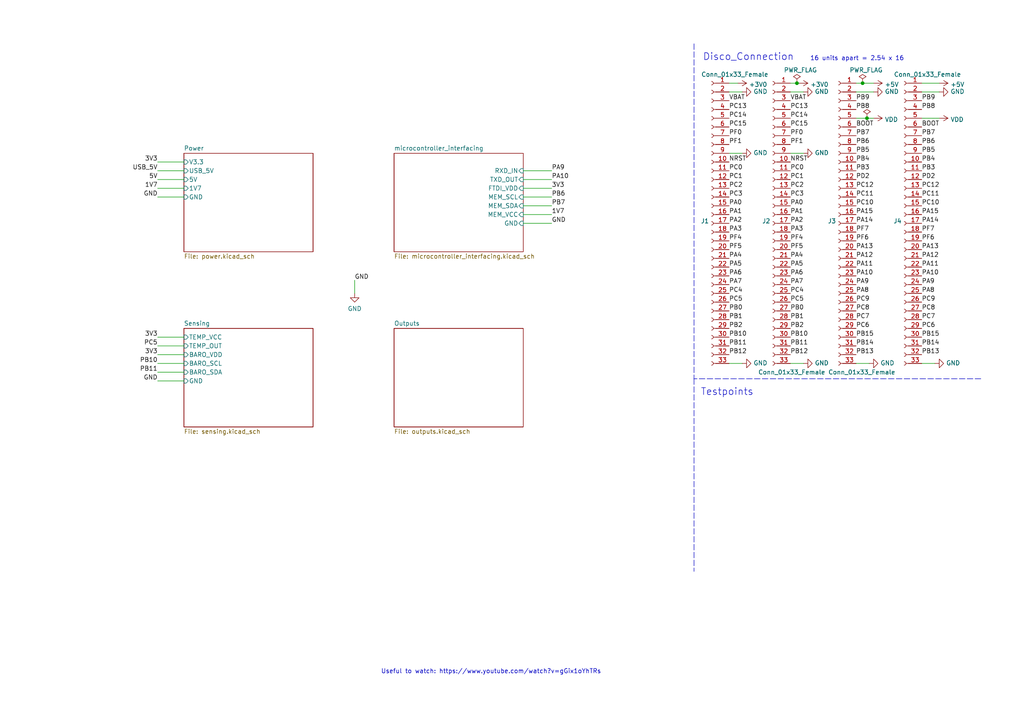
<source format=kicad_sch>
(kicad_sch (version 20211123) (generator eeschema)
  (paper "A4")
  (title_block (title "EEE3088F Group 9") (date "2022-03-11") (rev "V0.3") (company "University of Cape Town") (comment 2 "@Project EEE3088F-Team-9") (comment 3 "@Checked By: ") (comment 4 "@Authors: David Young, Cameron Wilson, Caide Spriestersbach"))
  (lib_symbols
    (symbol "Connector:Conn_01x33_Female" (pin_names (offset 1.016) hide)
      (property "Reference" "J" (at 0 43.18 0))
      (property "Value" "Conn_01x33_Female" (at 0 -43.18 0))
      (symbol "Conn_01x33_Female_1_1"
        (arc (start 0 -40.132) (mid -0.508 -40.64) (end 0 -41.148) (stroke (width 0.1524)))
        (arc (start 0 -37.592) (mid -0.508 -38.1) (end 0 -38.608) (stroke (width 0.1524)))
        (arc (start 0 -35.052) (mid -0.508 -35.56) (end 0 -36.068) (stroke (width 0.1524)))
        (arc (start 0 -32.512) (mid -0.508 -33.02) (end 0 -33.528) (stroke (width 0.1524)))
        (arc (start 0 -29.972) (mid -0.508 -30.48) (end 0 -30.988) (stroke (width 0.1524)))
        (arc (start 0 -27.432) (mid -0.508 -27.94) (end 0 -28.448) (stroke (width 0.1524)))
        (arc (start 0 -24.892) (mid -0.508 -25.4) (end 0 -25.908) (stroke (width 0.1524)))
        (arc (start 0 -22.352) (mid -0.508 -22.86) (end 0 -23.368) (stroke (width 0.1524)))
        (arc (start 0 -19.812) (mid -0.508 -20.32) (end 0 -20.828) (stroke (width 0.1524)))
        (arc (start 0 -17.272) (mid -0.508 -17.78) (end 0 -18.288) (stroke (width 0.1524)))
        (arc (start 0 -14.732) (mid -0.508 -15.24) (end 0 -15.748) (stroke (width 0.1524)))
        (arc (start 0 -12.192) (mid -0.508 -12.7) (end 0 -13.208) (stroke (width 0.1524)))
        (arc (start 0 -9.652) (mid -0.508 -10.16) (end 0 -10.668) (stroke (width 0.1524)))
        (arc (start 0 -7.112) (mid -0.508 -7.62) (end 0 -8.128) (stroke (width 0.1524)))
        (arc (start 0 -4.572) (mid -0.508 -5.08) (end 0 -5.588) (stroke (width 0.1524)))
        (arc (start 0 -2.032) (mid -0.508 -2.54) (end 0 -3.048) (stroke (width 0.1524)))
        (polyline (pts (xy -1.27 -40.64) (xy -0.508 -40.64)) (stroke (width 0.1524)))
        (polyline (pts (xy -1.27 -38.1) (xy -0.508 -38.1)) (stroke (width 0.1524)))
        (polyline (pts (xy -1.27 -35.56) (xy -0.508 -35.56)) (stroke (width 0.1524)))
        (polyline (pts (xy -1.27 -33.02) (xy -0.508 -33.02)) (stroke (width 0.1524)))
        (polyline (pts (xy -1.27 -30.48) (xy -0.508 -30.48)) (stroke (width 0.1524)))
        (polyline (pts (xy -1.27 -27.94) (xy -0.508 -27.94)) (stroke (width 0.1524)))
        (polyline (pts (xy -1.27 -25.4) (xy -0.508 -25.4)) (stroke (width 0.1524)))
        (polyline (pts (xy -1.27 -22.86) (xy -0.508 -22.86)) (stroke (width 0.1524)))
        (polyline (pts (xy -1.27 -20.32) (xy -0.508 -20.32)) (stroke (width 0.1524)))
        (polyline (pts (xy -1.27 -17.78) (xy -0.508 -17.78)) (stroke (width 0.1524)))
        (polyline (pts (xy -1.27 -15.24) (xy -0.508 -15.24)) (stroke (width 0.1524)))
        (polyline (pts (xy -1.27 -12.7) (xy -0.508 -12.7)) (stroke (width 0.1524)))
        (polyline (pts (xy -1.27 -10.16) (xy -0.508 -10.16)) (stroke (width 0.1524)))
        (polyline (pts (xy -1.27 -7.62) (xy -0.508 -7.62)) (stroke (width 0.1524)))
        (polyline (pts (xy -1.27 -5.08) (xy -0.508 -5.08)) (stroke (width 0.1524)))
        (polyline (pts (xy -1.27 -2.54) (xy -0.508 -2.54)) (stroke (width 0.1524)))
        (polyline (pts (xy -1.27 0) (xy -0.508 0)) (stroke (width 0.1524)))
        (polyline (pts (xy -1.27 2.54) (xy -0.508 2.54)) (stroke (width 0.1524)))
        (polyline (pts (xy -1.27 5.08) (xy -0.508 5.08)) (stroke (width 0.1524)))
        (polyline (pts (xy -1.27 7.62) (xy -0.508 7.62)) (stroke (width 0.1524)))
        (polyline (pts (xy -1.27 10.16) (xy -0.508 10.16)) (stroke (width 0.1524)))
        (polyline (pts (xy -1.27 12.7) (xy -0.508 12.7)) (stroke (width 0.1524)))
        (polyline (pts (xy -1.27 15.24) (xy -0.508 15.24)) (stroke (width 0.1524)))
        (polyline (pts (xy -1.27 17.78) (xy -0.508 17.78)) (stroke (width 0.1524)))
        (polyline (pts (xy -1.27 20.32) (xy -0.508 20.32)) (stroke (width 0.1524)))
        (polyline (pts (xy -1.27 22.86) (xy -0.508 22.86)) (stroke (width 0.1524)))
        (polyline (pts (xy -1.27 25.4) (xy -0.508 25.4)) (stroke (width 0.1524)))
        (polyline (pts (xy -1.27 27.94) (xy -0.508 27.94)) (stroke (width 0.1524)))
        (polyline (pts (xy -1.27 30.48) (xy -0.508 30.48)) (stroke (width 0.1524)))
        (polyline (pts (xy -1.27 33.02) (xy -0.508 33.02)) (stroke (width 0.1524)))
        (polyline (pts (xy -1.27 35.56) (xy -0.508 35.56)) (stroke (width 0.1524)))
        (polyline (pts (xy -1.27 38.1) (xy -0.508 38.1)) (stroke (width 0.1524)))
        (polyline (pts (xy -1.27 40.64) (xy -0.508 40.64)) (stroke (width 0.1524)))
        (arc (start 0 0.508) (mid -0.508 0) (end 0 -0.508) (stroke (width 0.1524)))
        (arc (start 0 3.048) (mid -0.508 2.54) (end 0 2.032) (stroke (width 0.1524)))
        (arc (start 0 5.588) (mid -0.508 5.08) (end 0 4.572) (stroke (width 0.1524)))
        (arc (start 0 8.128) (mid -0.508 7.62) (end 0 7.112) (stroke (width 0.1524)))
        (arc (start 0 10.668) (mid -0.508 10.16) (end 0 9.652) (stroke (width 0.1524)))
        (arc (start 0 13.208) (mid -0.508 12.7) (end 0 12.192) (stroke (width 0.1524)))
        (arc (start 0 15.748) (mid -0.508 15.24) (end 0 14.732) (stroke (width 0.1524)))
        (arc (start 0 18.288) (mid -0.508 17.78) (end 0 17.272) (stroke (width 0.1524)))
        (arc (start 0 20.828) (mid -0.508 20.32) (end 0 19.812) (stroke (width 0.1524)))
        (arc (start 0 23.368) (mid -0.508 22.86) (end 0 22.352) (stroke (width 0.1524)))
        (arc (start 0 25.908) (mid -0.508 25.4) (end 0 24.892) (stroke (width 0.1524)))
        (arc (start 0 28.448) (mid -0.508 27.94) (end 0 27.432) (stroke (width 0.1524)))
        (arc (start 0 30.988) (mid -0.508 30.48) (end 0 29.972) (stroke (width 0.1524)))
        (arc (start 0 33.528) (mid -0.508 33.02) (end 0 32.512) (stroke (width 0.1524)))
        (arc (start 0 36.068) (mid -0.508 35.56) (end 0 35.052) (stroke (width 0.1524)))
        (arc (start 0 38.608) (mid -0.508 38.1) (end 0 37.592) (stroke (width 0.1524)))
        (arc (start 0 41.148) (mid -0.508 40.64) (end 0 40.132) (stroke (width 0.1524)))
        (pin passive line (at -5.08 40.64 0) (length 3.81) (name "Pin_1") (number "1"))
        (pin passive line (at -5.08 17.78 0) (length 3.81) (name "Pin_10") (number "10"))
        (pin passive line (at -5.08 15.24 0) (length 3.81) (name "Pin_11") (number "11"))
        (pin passive line (at -5.08 12.7 0) (length 3.81) (name "Pin_12") (number "12"))
        (pin passive line (at -5.08 10.16 0) (length 3.81) (name "Pin_13") (number "13"))
        (pin passive line (at -5.08 7.62 0) (length 3.81) (name "Pin_14") (number "14"))
        (pin passive line (at -5.08 5.08 0) (length 3.81) (name "Pin_15") (number "15"))
        (pin passive line (at -5.08 2.54 0) (length 3.81) (name "Pin_16") (number "16"))
        (pin passive line (at -5.08 0 0) (length 3.81) (name "Pin_17") (number "17"))
        (pin passive line (at -5.08 -2.54 0) (length 3.81) (name "Pin_18") (number "18"))
        (pin passive line (at -5.08 -5.08 0) (length 3.81) (name "Pin_19") (number "19"))
        (pin passive line (at -5.08 38.1 0) (length 3.81) (name "Pin_2") (number "2"))
        (pin passive line (at -5.08 -7.62 0) (length 3.81) (name "Pin_20") (number "20"))
        (pin passive line (at -5.08 -10.16 0) (length 3.81) (name "Pin_21") (number "21"))
        (pin passive line (at -5.08 -12.7 0) (length 3.81) (name "Pin_22") (number "22"))
        (pin passive line (at -5.08 -15.24 0) (length 3.81) (name "Pin_23") (number "23"))
        (pin passive line (at -5.08 -17.78 0) (length 3.81) (name "Pin_24") (number "24"))
        (pin passive line (at -5.08 -20.32 0) (length 3.81) (name "Pin_25") (number "25"))
        (pin passive line (at -5.08 -22.86 0) (length 3.81) (name "Pin_26") (number "26"))
        (pin passive line (at -5.08 -25.4 0) (length 3.81) (name "Pin_27") (number "27"))
        (pin passive line (at -5.08 -27.94 0) (length 3.81) (name "Pin_28") (number "28"))
        (pin passive line (at -5.08 -30.48 0) (length 3.81) (name "Pin_29") (number "29"))
        (pin passive line (at -5.08 35.56 0) (length 3.81) (name "Pin_3") (number "3"))
        (pin passive line (at -5.08 -33.02 0) (length 3.81) (name "Pin_30") (number "30"))
        (pin passive line (at -5.08 -35.56 0) (length 3.81) (name "Pin_31") (number "31"))
        (pin passive line (at -5.08 -38.1 0) (length 3.81) (name "Pin_32") (number "32"))
        (pin passive line (at -5.08 -40.64 0) (length 3.81) (name "Pin_33") (number "33"))
        (pin passive line (at -5.08 33.02 0) (length 3.81) (name "Pin_4") (number "4"))
        (pin passive line (at -5.08 30.48 0) (length 3.81) (name "Pin_5") (number "5"))
        (pin passive line (at -5.08 27.94 0) (length 3.81) (name "Pin_6") (number "6"))
        (pin passive line (at -5.08 25.4 0) (length 3.81) (name "Pin_7") (number "7"))
        (pin passive line (at -5.08 22.86 0) (length 3.81) (name "Pin_8") (number "8"))
        (pin passive line (at -5.08 20.32 0) (length 3.81) (name "Pin_9") (number "9"))
      )
    )
    (symbol "power:+3V0" (power) (pin_names (offset 0))
      (property "Value" "+3V0" (at 0 3.556 0))
      (symbol "+3V0_0_1"
        (polyline (pts (xy -0.762 1.27) (xy 0 2.54)))
        (polyline (pts (xy 0 0) (xy 0 2.54)))
        (polyline (pts (xy 0 2.54) (xy 0.762 1.27)))
      )
      (symbol "+3V0_1_1"
        (pin power_in line (at 0 0 90) (length 0) hide (name "+3V0") (number "1"))
      )
    )
    (symbol "power:+5V" (power) (pin_names (offset 0))
      (property "Value" "+5V" (at 0 3.556 0))
      (symbol "+5V_0_1"
        (polyline (pts (xy -0.762 1.27) (xy 0 2.54)))
        (polyline (pts (xy 0 0) (xy 0 2.54)))
        (polyline (pts (xy 0 2.54) (xy 0.762 1.27)))
      )
      (symbol "+5V_1_1"
        (pin power_in line (at 0 0 90) (length 0) hide (name "+5V") (number "1"))
      )
    )
    (symbol "power:GND" (power) (pin_names (offset 0))
      (property "Value" "GND" (at 0 -3.81 0))
      (symbol "GND_0_1"
        (polyline (pts (xy 0 0) (xy 0 -1.27) (xy 1.27 -1.27) (xy 0 -2.54) (xy -1.27 -1.27) (xy 0 -1.27)))
      )
      (symbol "GND_1_1"
        (pin power_in line (at 0 0 270) (length 0) hide (name "GND") (number "1"))
      )
    )
    (symbol "power:PWR_FLAG" (power) (pin_numbers hide) (pin_names (offset 0) hide)
      (property "Value" "PWR_FLAG" (at 0 3.81 0))
      (symbol "PWR_FLAG_0_0"
        (pin power_out line (at 0 0 90) (length 0) (name "pwr") (number "1"))
      )
      (symbol "PWR_FLAG_0_1"
        (polyline (pts (xy 0 0) (xy 0 1.27) (xy -1.016 1.905) (xy 0 2.54) (xy 1.016 1.905) (xy 0 1.27)))
      )
    )
    (symbol "power:VDD" (power) (pin_names (offset 0))
      (property "Value" "VDD" (at 0 3.81 0))
      (symbol "VDD_0_1"
        (polyline (pts (xy -0.762 1.27) (xy 0 2.54)))
        (polyline (pts (xy 0 0) (xy 0 2.54)))
        (polyline (pts (xy 0 2.54) (xy 0.762 1.27)))
      )
      (symbol "VDD_1_1"
        (pin power_in line (at 0 0 90) (length 0) hide (name "VDD") (number "1"))
      )
    )
  )
  (junction (at 231.14 24.13))
  (junction (at 250.19 24.13))
  (junction (at 251.46 34.29))
  (wire (pts (xy 45.72 52.07) (xy 53.34 52.07)))
  (wire (pts (xy 45.72 105.41) (xy 53.34 105.41)))
  (wire (pts (xy 45.72 49.53) (xy 53.34 49.53)))
  (wire (pts (xy 251.46 34.29) (xy 253.365 34.29)))
  (wire (pts (xy 211.455 44.45) (xy 215.265 44.45)))
  (wire (pts (xy 151.765 62.23) (xy 160.02 62.23)))
  (wire (pts (xy 45.72 57.15) (xy 53.34 57.15)))
  (wire (pts (xy 45.72 102.87) (xy 53.34 102.87)))
  (polyline (pts (xy 201.295 12.7) (xy 201.295 109.855)))
  (wire (pts (xy 151.765 64.77) (xy 160.02 64.77)))
  (wire (pts (xy 250.19 24.13) (xy 248.285 24.13)))
  (polyline (pts (xy 284.48 109.855) (xy 201.295 109.855)))
  (wire (pts (xy 248.285 26.67) (xy 253.365 26.67)))
  (wire (pts (xy 229.235 24.13) (xy 231.14 24.13)))
  (wire (pts (xy 45.72 110.49) (xy 53.34 110.49)))
  (polyline (pts (xy 201.295 109.855) (xy 201.295 165.735)))
  (wire (pts (xy 151.765 59.69) (xy 160.02 59.69)))
  (wire (pts (xy 102.87 81.28) (xy 102.87 85.09)))
  (wire (pts (xy 45.72 100.33) (xy 53.34 100.33)))
  (wire (pts (xy 151.765 49.53) (xy 160.02 49.53)))
  (wire (pts (xy 248.285 34.29) (xy 251.46 34.29)))
  (wire (pts (xy 250.19 24.13) (xy 253.365 24.13)))
  (wire (pts (xy 211.455 24.13) (xy 213.995 24.13)))
  (wire (pts (xy 151.765 54.61) (xy 160.02 54.61)))
  (wire (pts (xy 45.72 54.61) (xy 53.34 54.61)))
  (wire (pts (xy 233.045 105.41) (xy 229.235 105.41)))
  (wire (pts (xy 151.765 52.07) (xy 160.02 52.07)))
  (wire (pts (xy 229.235 26.67) (xy 233.045 26.67)))
  (wire (pts (xy 229.235 44.45) (xy 233.045 44.45)))
  (wire (pts (xy 45.72 46.99) (xy 53.34 46.99)))
  (wire (pts (xy 272.415 24.13) (xy 267.335 24.13)))
  (wire (pts (xy 151.765 57.15) (xy 160.02 57.15)))
  (wire (pts (xy 231.14 24.13) (xy 231.775 24.13)))
  (wire (pts (xy 45.72 97.79) (xy 53.34 97.79)))
  (wire (pts (xy 211.455 26.67) (xy 215.265 26.67)))
  (wire (pts (xy 248.285 105.41) (xy 252.095 105.41)))
  (wire (pts (xy 267.335 105.41) (xy 271.145 105.41)))
  (wire (pts (xy 45.72 107.95) (xy 53.34 107.95)))
  (wire (pts (xy 267.335 26.67) (xy 272.415 26.67)))
  (wire (pts (xy 215.265 105.41) (xy 211.455 105.41)))
  (wire (pts (xy 267.335 34.29) (xy 272.415 34.29)))
  (text "Useful to watch: https://www.youtube.com/watch?v=gGix1oYhTRs" (at 110.49 195.58 0) (effects (font (size 1.27 1.27)) (justify left bottom)))
  (text "16 units apart = 2.54 x 16" (at 234.95 17.78 0) (effects (font (size 1.27 1.27)) (justify left bottom)))
  (text "Disco_Connection" (at 203.835 17.78 0) (effects (font (size 2.0066 2.0066)) (justify left bottom)))
  (text "Testpoints" (at 203.2 114.935 0) (effects (font (size 2.0066 2.0066)) (justify left bottom)))
  (label "PC14" (at 211.455 34.29 0))
  (label "PC11" (at 248.285 57.15 0))
  (label "GND" (at 160.02 64.77 0))
  (label "PB2" (at 211.455 95.25 0))
  (label "PB6" (at 248.285 41.91 0))
  (label "PB14" (at 267.335 100.33 0))
  (label "PA15" (at 267.335 62.23 0))
  (label "PB14" (at 248.285 100.33 0))
  (label "PA11" (at 267.335 77.47 0))
  (label "PC7" (at 248.285 92.71 0))
  (label "PB6" (at 267.335 41.91 0))
  (label "PA8" (at 267.335 85.09 0))
  (label "PC9" (at 248.285 87.63 0))
  (label "PB15" (at 267.335 97.79 0))
  (label "PC11" (at 267.335 57.15 0))
  (label "PC1" (at 211.455 52.07 0))
  (label "PA1" (at 229.235 62.23 0))
  (label "PA10" (at 160.02 52.07 0))
  (label "PF7" (at 267.335 67.31 0))
  (label "PC0" (at 229.235 49.53 0))
  (label "PF7" (at 248.285 67.31 0))
  (label "PA12" (at 267.335 74.93 0))
  (label "PB7" (at 160.02 59.69 0))
  (label "PC5" (at 45.72 100.33 180))
  (label "PC15" (at 211.455 36.83 0))
  (label "PC1" (at 229.235 52.07 0))
  (label "PC13" (at 229.235 31.75 0))
  (label "GND" (at 102.87 81.28 0))
  (label "VBAT" (at 229.235 29.21 0))
  (label "PC6" (at 267.335 95.25 0))
  (label "3V3" (at 45.72 46.99 180))
  (label "PA4" (at 211.455 74.93 0))
  (label "BOOT" (at 248.285 36.83 0))
  (label "PB5" (at 248.285 44.45 0))
  (label "PC8" (at 267.335 90.17 0))
  (label "PB7" (at 267.335 39.37 0))
  (label "PA13" (at 267.335 72.39 0))
  (label "PD2" (at 248.285 52.07 0))
  (label "PC12" (at 248.285 54.61 0))
  (label "PB6" (at 160.02 57.15 0))
  (label "PC10" (at 248.285 59.69 0))
  (label "PB1" (at 211.455 92.71 0))
  (label "PB9" (at 267.335 29.21 0))
  (label "PA2" (at 229.235 64.77 0))
  (label "PA10" (at 267.335 80.01 0))
  (label "PB5" (at 267.335 44.45 0))
  (label "PF5" (at 211.455 72.39 0))
  (label "PB13" (at 248.285 102.87 0))
  (label "PC4" (at 229.235 85.09 0))
  (label "PC15" (at 229.235 36.83 0))
  (label "PB10" (at 45.72 105.41 180))
  (label "PB1" (at 229.235 92.71 0))
  (label "PA5" (at 229.235 77.47 0))
  (label "PC0" (at 211.455 49.53 0))
  (label "PB7" (at 248.285 39.37 0))
  (label "GND" (at 45.72 57.15 180))
  (label "PB11" (at 45.72 107.95 180))
  (label "PB0" (at 229.235 90.17 0))
  (label "PA5" (at 211.455 77.47 0))
  (label "PC8" (at 248.285 90.17 0))
  (label "PA3" (at 229.235 67.31 0))
  (label "PA10" (at 248.285 80.01 0))
  (label "PB12" (at 211.455 102.87 0))
  (label "PB10" (at 211.455 97.79 0))
  (label "5V" (at 45.72 52.07 180))
  (label "PB3" (at 267.335 49.53 0))
  (label "PA14" (at 248.285 64.77 0))
  (label "VBAT" (at 211.455 29.21 0))
  (label "3V3" (at 45.72 97.79 180))
  (label "PC6" (at 248.285 95.25 0))
  (label "PA7" (at 229.235 82.55 0))
  (label "PB11" (at 211.455 100.33 0))
  (label "PC4" (at 211.455 85.09 0))
  (label "PC14" (at 229.235 34.29 0))
  (label "PC2" (at 229.235 54.61 0))
  (label "PF4" (at 229.235 69.85 0))
  (label "PB2" (at 229.235 95.25 0))
  (label "PF0" (at 211.455 39.37 0))
  (label "PA2" (at 211.455 64.77 0))
  (label "PA12" (at 248.285 74.93 0))
  (label "PC5" (at 229.235 87.63 0))
  (label "PA6" (at 229.235 80.01 0))
  (label "PC13" (at 211.455 31.75 0))
  (label "3V3" (at 45.72 102.87 180))
  (label "PB13" (at 267.335 102.87 0))
  (label "NRST" (at 229.235 46.99 0))
  (label "PA3" (at 211.455 67.31 0))
  (label "PB4" (at 267.335 46.99 0))
  (label "PA6" (at 211.455 80.01 0))
  (label "PF1" (at 229.235 41.91 0))
  (label "BOOT" (at 267.335 36.83 0))
  (label "PA4" (at 229.235 74.93 0))
  (label "PB15" (at 248.285 97.79 0))
  (label "PB4" (at 248.285 46.99 0))
  (label "PF0" (at 229.235 39.37 0))
  (label "PB8" (at 267.335 31.75 0))
  (label "PC5" (at 211.455 87.63 0))
  (label "PA0" (at 211.455 59.69 0))
  (label "PB11" (at 229.235 100.33 0))
  (label "PC12" (at 267.335 54.61 0))
  (label "PC7" (at 267.335 92.71 0))
  (label "PF5" (at 229.235 72.39 0))
  (label "USB_5V" (at 45.72 49.53 180))
  (label "GND" (at 45.72 110.49 180))
  (label "PA0" (at 229.235 59.69 0))
  (label "PC3" (at 211.455 57.15 0))
  (label "PA9" (at 160.02 49.53 0))
  (label "PA14" (at 267.335 64.77 0))
  (label "PF6" (at 267.335 69.85 0))
  (label "PF6" (at 248.285 69.85 0))
  (label "PA11" (at 248.285 77.47 0))
  (label "PF1" (at 211.455 41.91 0))
  (label "PA15" (at 248.285 62.23 0))
  (label "PD2" (at 267.335 52.07 0))
  (label "PB8" (at 248.285 31.75 0))
  (label "PB10" (at 229.235 97.79 0))
  (label "PA7" (at 211.455 82.55 0))
  (label "PA9" (at 248.285 82.55 0))
  (label "PB9" (at 248.285 29.21 0))
  (label "PA9" (at 267.335 82.55 0))
  (label "PB12" (at 229.235 102.87 0))
  (label "PC10" (at 267.335 59.69 0))
  (label "PA1" (at 211.455 62.23 0))
  (label "PA13" (at 248.285 72.39 0))
  (label "1V7" (at 160.02 62.23 0))
  (label "PC2" (at 211.455 54.61 0))
  (label "PB3" (at 248.285 49.53 0))
  (label "PA8" (at 248.285 85.09 0))
  (label "PF4" (at 211.455 69.85 0))
  (label "PB0" (at 211.455 90.17 0))
  (label "NRST" (at 211.455 46.99 0))
  (label "1V7" (at 45.72 54.61 180))
  (label "PC3" (at 229.235 57.15 0))
  (label "3V3" (at 160.02 54.61 0))
  (label "PC9" (at 267.335 87.63 0))
  (symbol (lib_id "power:GND") (at 233.045 105.41 90) (unit 1)
    (property "Reference" "#PWR09" (effects hide))
    (property "Value" "GND" (at 236.2962 105.283 90) (effects (justify right)))
  )
  (symbol (lib_id "power:GND") (at 233.045 44.45 90) (unit 1)
    (property "Reference" "#PWR08" (effects hide))
    (property "Value" "GND" (at 236.2962 44.323 90) (effects (justify right)))
  )
  (symbol (lib_id "power:PWR_FLAG") (at 251.46 34.29 0) (unit 1)
    (property "Reference" "#FLG03" (effects hide))
    (property "Value" "PWR_FLAG" (effects hide))
  )
  (symbol (lib_id "power:GND") (at 233.045 26.67 90) (unit 1)
    (property "Reference" "#PWR07" (effects hide))
    (property "Value" "GND" (at 236.2962 26.543 90) (effects (justify right)))
  )
  (symbol (lib_id "power:GND") (at 252.095 105.41 90) (unit 1)
    (property "Reference" "#PWR010" (effects hide))
    (property "Value" "GND" (at 255.3462 105.283 90) (effects (justify right)))
  )
  (symbol (lib_id "Connector:Conn_01x33_Female") (at 262.255 64.77 0) (mirror y) (unit 1)
    (property "Reference" "J4" (at 261.5438 64.1096 0) (effects (justify left)))
    (property "Value" "Conn_01x33_Female" (at 278.765 21.59 0) (effects (justify left)))
    (property "Footprint" "Connector_PinHeader_2.54mm:PinHeader_1x33_P2.54mm_Vertical" (effects hide))
    (property "Populate" "DNP" (effects hide))
    (property "Price" "0" (effects hide))
  )
  (symbol (lib_id "power:GND") (at 215.265 105.41 90) (unit 1)
    (property "Reference" "#PWR05" (effects hide))
    (property "Value" "GND" (at 218.5162 105.283 90) (effects (justify right)))
  )
  (symbol (lib_id "power:GND") (at 215.265 44.45 90) (unit 1)
    (property "Reference" "#PWR04" (effects hide))
    (property "Value" "GND" (at 218.5162 44.323 90) (effects (justify right)))
  )
  (symbol (lib_id "power:PWR_FLAG") (at 250.19 24.13 0) (unit 1)
    (property "Reference" "#FLG02" (effects hide))
    (property "Value" "PWR_FLAG" (at 246.38 20.32 0) (effects (justify left)))
  )
  (symbol (lib_id "power:GND") (at 253.365 26.67 90) (unit 1)
    (property "Reference" "#PWR012" (effects hide))
    (property "Value" "GND" (at 256.6162 26.543 90) (effects (justify right)))
  )
  (symbol (lib_id "power:GND") (at 102.87 85.09 0) (unit 1)
    (property "Reference" "#PWR01" (effects hide))
    (property "Value" "GND" (at 102.87 89.5334 0))
  )
  (symbol (lib_id "power:+5V") (at 253.365 24.13 270) (unit 1)
    (property "Reference" "#PWR011" (effects hide))
    (property "Value" "+5V" (at 256.6162 24.511 90) (effects (justify left)))
  )
  (symbol (lib_id "power:GND") (at 272.415 26.67 90) (unit 1)
    (property "Reference" "#PWR016" (effects hide))
    (property "Value" "GND" (at 275.6662 26.543 90) (effects (justify right)))
  )
  (symbol (lib_id "power:GND") (at 271.145 105.41 90) (unit 1)
    (property "Reference" "#PWR014" (effects hide))
    (property "Value" "GND" (at 274.3962 105.283 90) (effects (justify right)))
  )
  (symbol (lib_id "power:GND") (at 215.265 26.67 90) (unit 1)
    (property "Reference" "#PWR03" (effects hide))
    (property "Value" "GND" (at 218.5162 26.543 90) (effects (justify right)))
  )
  (symbol (lib_id "Connector:Conn_01x33_Female") (at 224.155 64.77 0) (mirror y) (unit 1)
    (property "Reference" "J2" (at 223.4438 64.1096 0) (effects (justify left)))
    (property "Value" "Conn_01x33_Female" (at 239.395 107.95 0) (effects (justify left)))
    (property "Footprint" "Connector_PinSocket_2.54mm:PinSocket_1x33_P2.54mm_Vertical" (effects hide))
    (property "LCSC" "C1234 (example)" (effects hide))
    (property "Populate" "DNP" (effects hide))
    (property "Alt_LCSC" "C12345 (example)" (effects hide))
    (property "Price" "0" (effects hide))
  )
  (symbol (lib_id "Connector:Conn_01x33_Female") (at 206.375 64.77 0) (mirror y) (unit 1)
    (property "Reference" "J1" (at 205.6638 64.1096 0) (effects (justify left)))
    (property "Value" "Conn_01x33_Female" (at 222.885 21.59 0) (effects (justify left)))
    (property "Footprint" "Connector_PinHeader_2.54mm:PinHeader_1x33_P2.54mm_Vertical" (effects hide))
    (property "Populate" "DNP" (effects hide))
    (property "Price" "0" (effects hide))
  )
  (symbol (lib_id "power:VDD") (at 253.365 34.29 270) (unit 1)
    (property "Reference" "#PWR013" (effects hide))
    (property "Value" "VDD" (at 256.6162 34.671 90) (effects (justify left)))
  )
  (symbol (lib_id "power:+5V") (at 272.415 24.13 270) (unit 1)
    (property "Reference" "#PWR015" (effects hide))
    (property "Value" "+5V" (at 275.6662 24.511 90) (effects (justify left)))
  )
  (symbol (lib_id "power:+3V0") (at 231.775 24.13 270) (unit 1)
    (property "Reference" "#PWR06" (effects hide))
    (property "Value" "+3V0" (at 235.0262 24.511 90) (effects (justify left)))
  )
  (symbol (lib_id "Connector:Conn_01x33_Female") (at 243.205 64.77 0) (mirror y) (unit 1)
    (property "Reference" "J3" (at 242.4938 64.1096 0) (effects (justify left)))
    (property "Value" "Conn_01x33_Female" (at 259.715 107.95 0) (effects (justify left)))
    (property "Footprint" "Connector_PinSocket_2.54mm:PinSocket_1x33_P2.54mm_Vertical" (effects hide))
    (property "LCSC" "C1234 (example)" (effects hide))
    (property "Populate" "DNP" (effects hide))
    (property "Alt_LCSC" "C12345 (example)" (effects hide))
    (property "Price" "0" (effects hide))
  )
  (symbol (lib_id "power:VDD") (at 272.415 34.29 270) (unit 1)
    (property "Reference" "#PWR017" (effects hide))
    (property "Value" "VDD" (at 275.6662 34.671 90) (effects (justify left)))
  )
  (symbol (lib_id "power:+3V0") (at 213.995 24.13 270) (unit 1)
    (property "Reference" "#PWR02" (effects hide))
    (property "Value" "+3V0" (at 217.2462 24.511 90) (effects (justify left)))
  )
  (symbol (lib_id "power:PWR_FLAG") (at 231.14 24.13 0) (unit 1)
    (property "Reference" "#FLG01" (effects hide))
    (property "Value" "PWR_FLAG" (at 227.33 20.32 0) (effects (justify left)))
  )
  (sheet (at 114.3 44.45) (size 37.465 28.575) (stroke (width 0.1524))
    (property "Sheet name" "microcontroller_interfacing" (at 114.3 43.7384 0) (effects (justify left bottom)))
    (property "Sheet file" "microcontroller_interfacing.kicad_sch" (at 114.3 73.6096 0) (effects (justify left top)))
    (pin "RXD_IN" input (at 151.765 49.53 0))
    (pin "TXD_OUT" input (at 151.765 52.07 0))
    (pin "FTDI_VDD" input (at 151.765 54.61 0))
    (pin "MEM_SCL" input (at 151.765 57.15 0))
    (pin "MEM_SDA" input (at 151.765 59.69 0))
    (pin "MEM_VCC" input (at 151.765 62.23 0))
    (pin "GND" input (at 151.765 64.77 0))
  )
  (sheet (at 114.3 95.25) (size 37.465 28.575) (stroke (width 0.1524))
    (property "Sheet name" "Outputs" (at 114.3 94.5384 0) (effects (justify left bottom)))
    (property "Sheet file" "outputs.kicad_sch" (at 114.3 124.4096 0) (effects (justify left top)))
  )
  (sheet (at 53.34 95.25) (size 37.465 28.575) (stroke (width 0.1524))
    (property "Sheet name" "Sensing" (at 53.34 94.5384 0) (effects (justify left bottom)))
    (property "Sheet file" "sensing.kicad_sch" (at 53.34 124.4096 0) (effects (justify left top)))
    (pin "TEMP_VCC" input (at 53.34 97.79 180))
    (pin "TEMP_OUT" input (at 53.34 100.33 180))
    (pin "BARO_VDD" input (at 53.34 102.87 180))
    (pin "BARO_SCL" input (at 53.34 105.41 180))
    (pin "BARO_SDA" input (at 53.34 107.95 180))
    (pin "GND" input (at 53.34 110.49 180))
  )
  (sheet (at 53.34 44.45) (size 37.465 28.575) (stroke (width 0.1524))
    (property "Sheet name" "Power" (at 53.34 43.7384 0) (effects (justify left bottom)))
    (property "Sheet file" "power.kicad_sch" (at 53.34 73.6096 0) (effects (justify left top)))
    (pin "V3.3" input (at 53.34 46.99 180))
    (pin "5V" input (at 53.34 52.07 180))
    (pin "1V7" input (at 53.34 54.61 180))
    (pin "GND" input (at 53.34 57.15 180))
    (pin "USB_5V" input (at 53.34 49.53 180))
  )
)
</source>
